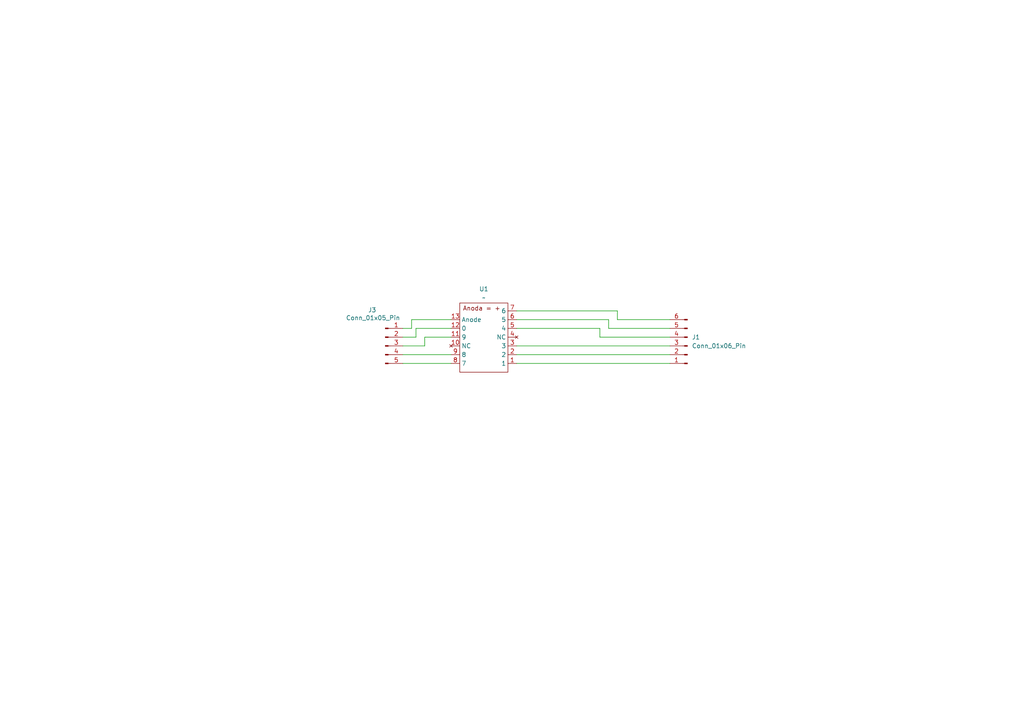
<source format=kicad_sch>
(kicad_sch (version 20250114) (generator "eeschema") (generator_version "9.0")
  (paper "A4")
  (title_block (title "Z570M socket") (date "2025-04-11") (rev "0.1") (company "TK"))
  (lib_symbols
    (symbol "Connector:Conn_01x05_Pin" (pin_names (offset 1.016) (hide yes))
      (property "Reference" "J" (at 0 7.62 0))
      (property "Value" "Conn_01x05_Pin" (at 0 -7.62 0))
      (symbol "Conn_01x05_Pin_1_1"
        (rectangle (start 0.8636 5.207) (end 0 4.953) (stroke (width 0.1524)) (fill (type outline)))
        (rectangle (start 0.8636 2.667) (end 0 2.413) (stroke (width 0.1524)) (fill (type outline)))
        (rectangle (start 0.8636 0.127) (end 0 -0.127) (stroke (width 0.1524)) (fill (type outline)))
        (rectangle (start 0.8636 -2.413) (end 0 -2.667) (stroke (width 0.1524)) (fill (type outline)))
        (rectangle (start 0.8636 -4.953) (end 0 -5.207) (stroke (width 0.1524)) (fill (type outline)))
        (polyline (pts (xy 1.27 5.08) (xy 0.8636 5.08)) (stroke (width 0.1524)))
        (polyline (pts (xy 1.27 2.54) (xy 0.8636 2.54)) (stroke (width 0.1524)))
        (polyline (pts (xy 1.27 0) (xy 0.8636 0)) (stroke (width 0.1524)))
        (polyline (pts (xy 1.27 -2.54) (xy 0.8636 -2.54)) (stroke (width 0.1524)))
        (polyline (pts (xy 1.27 -5.08) (xy 0.8636 -5.08)) (stroke (width 0.1524)))
        (pin passive line (at 5.08 5.08 180) (length 3.81) (name "Pin_1") (number "1"))
        (pin passive line (at 5.08 2.54 180) (length 3.81) (name "Pin_2") (number "2"))
        (pin passive line (at 5.08 0 180) (length 3.81) (name "Pin_3") (number "3"))
        (pin passive line (at 5.08 -2.54 180) (length 3.81) (name "Pin_4") (number "4"))
        (pin passive line (at 5.08 -5.08 180) (length 3.81) (name "Pin_5") (number "5"))
      )
    )
    (symbol "Connector:Conn_01x06_Pin" (pin_names (offset 1.016) (hide yes))
      (property "Reference" "J" (at 0 7.62 0))
      (property "Value" "Conn_01x06_Pin" (at 0 -10.16 0))
      (symbol "Conn_01x06_Pin_1_1"
        (rectangle (start 0.8636 5.207) (end 0 4.953) (stroke (width 0.1524)) (fill (type outline)))
        (rectangle (start 0.8636 2.667) (end 0 2.413) (stroke (width 0.1524)) (fill (type outline)))
        (rectangle (start 0.8636 0.127) (end 0 -0.127) (stroke (width 0.1524)) (fill (type outline)))
        (rectangle (start 0.8636 -2.413) (end 0 -2.667) (stroke (width 0.1524)) (fill (type outline)))
        (rectangle (start 0.8636 -4.953) (end 0 -5.207) (stroke (width 0.1524)) (fill (type outline)))
        (rectangle (start 0.8636 -7.493) (end 0 -7.747) (stroke (width 0.1524)) (fill (type outline)))
        (polyline (pts (xy 1.27 5.08) (xy 0.8636 5.08)) (stroke (width 0.1524)))
        (polyline (pts (xy 1.27 2.54) (xy 0.8636 2.54)) (stroke (width 0.1524)))
        (polyline (pts (xy 1.27 0) (xy 0.8636 0)) (stroke (width 0.1524)))
        (polyline (pts (xy 1.27 -2.54) (xy 0.8636 -2.54)) (stroke (width 0.1524)))
        (polyline (pts (xy 1.27 -5.08) (xy 0.8636 -5.08)) (stroke (width 0.1524)))
        (polyline (pts (xy 1.27 -7.62) (xy 0.8636 -7.62)) (stroke (width 0.1524)))
        (pin passive line (at 5.08 5.08 180) (length 3.81) (name "Pin_1") (number "1"))
        (pin passive line (at 5.08 2.54 180) (length 3.81) (name "Pin_2") (number "2"))
        (pin passive line (at 5.08 0 180) (length 3.81) (name "Pin_3") (number "3"))
        (pin passive line (at 5.08 -2.54 180) (length 3.81) (name "Pin_4") (number "4"))
        (pin passive line (at 5.08 -5.08 180) (length 3.81) (name "Pin_5") (number "5"))
        (pin passive line (at 5.08 -7.62 180) (length 3.81) (name "Pin_6") (number "6"))
      )
    )
    (symbol "tomas_lib:Z570m"
      (property "Reference" "U" (at -0.508 -1.524 0))
      (symbol "Z570m_0_1"
        (rectangle (start -7.62 20.066) (end 6.35 0))
      )
      (symbol "Z570m_1_1"
        (text "Anoda = +" (at -1.27 18.542 0) (effects (font (size 1.27 1.27))))
        (pin input line (at -10.16 15.24 0) (length 2.54) (name "Anode") (number "13"))
        (pin output line (at -10.16 12.7 0) (length 2.54) (name "0") (number "12"))
        (pin output line (at -10.16 10.16 0) (length 2.54) (name "9") (number "11"))
        (pin no_connect line (at -10.16 7.62 0) (length 2.54) (name "NC") (number "10"))
        (pin output line (at -10.16 5.08 0) (length 2.54) (name "8") (number "9"))
        (pin output line (at -10.16 2.54 0) (length 2.54) (name "7") (number "8"))
        (pin output line (at 8.89 17.78 180) (length 2.54) (name "6") (number "7"))
        (pin output line (at 8.89 15.24 180) (length 2.54) (name "5") (number "6"))
        (pin output line (at 8.89 12.7 180) (length 2.54) (name "4") (number "5"))
        (pin no_connect line (at 8.89 10.16 180) (length 2.54) (name "NC") (number "4"))
        (pin output line (at 8.89 7.62 180) (length 2.54) (name "3") (number "3"))
        (pin output line (at 8.89 5.08 180) (length 2.54) (name "2") (number "2"))
        (pin output line (at 8.89 2.54 180) (length 2.54) (name "1") (number "1"))
      )
    )
  )
  (wire (pts (xy 173.99 97.79) (xy 194.31 97.79)))
  (wire (pts (xy 120.65 95.25) (xy 130.81 95.25)))
  (wire (pts (xy 194.31 92.71) (xy 179.07 92.71)))
  (wire (pts (xy 179.07 92.71) (xy 179.07 90.17)))
  (wire (pts (xy 119.38 95.25) (xy 119.38 92.71)))
  (wire (pts (xy 176.53 92.71) (xy 149.86 92.71)))
  (wire (pts (xy 123.19 100.33) (xy 123.19 97.79)))
  (wire (pts (xy 116.84 105.41) (xy 130.81 105.41)))
  (wire (pts (xy 173.99 97.79) (xy 173.99 95.25)))
  (wire (pts (xy 116.84 100.33) (xy 123.19 100.33)))
  (wire (pts (xy 116.84 102.87) (xy 130.81 102.87)))
  (wire (pts (xy 149.86 100.33) (xy 194.31 100.33)))
  (wire (pts (xy 123.19 97.79) (xy 130.81 97.79)))
  (wire (pts (xy 116.84 97.79) (xy 120.65 97.79)))
  (wire (pts (xy 194.31 95.25) (xy 176.53 95.25)))
  (wire (pts (xy 176.53 95.25) (xy 176.53 92.71)))
  (wire (pts (xy 116.84 95.25) (xy 119.38 95.25)))
  (wire (pts (xy 173.99 95.25) (xy 149.86 95.25)))
  (wire (pts (xy 120.65 97.79) (xy 120.65 95.25)))
  (wire (pts (xy 149.86 105.41) (xy 194.31 105.41)))
  (wire (pts (xy 149.86 102.87) (xy 194.31 102.87)))
  (wire (pts (xy 119.38 92.71) (xy 130.81 92.71)))
  (wire (pts (xy 179.07 90.17) (xy 149.86 90.17)))
  (symbol (lib_id "Connector:Conn_01x06_Pin") (at 199.39 100.33 180) (unit 1)
    (property "Reference" "J1" (at 200.66 97.7899 0) (effects (justify right)))
    (property "Value" "Conn_01x06_Pin" (at 200.66 100.3299 0) (effects (justify right)))
    (property "Footprint" "Connector_PinHeader_2.54mm:PinHeader_1x06_P2.54mm_Vertical" (effects (hide yes)))
    (property "Description" "Generic connector, single row, 01x06, script generated" (effects (hide yes)))
  )
  (symbol (lib_id "Connector:Conn_01x05_Pin") (at 111.76 100.33 0) (unit 1)
    (property "Reference" "J3" (at 107.95 89.916 0))
    (property "Value" "Conn_01x05_Pin" (at 108.204 92.202 0))
    (property "Footprint" "Connector_PinHeader_2.54mm:PinHeader_1x05_P2.54mm_Vertical" (effects (hide yes)))
    (property "Description" "Generic connector, single row, 01x05, script generated" (effects (hide yes)))
  )
  (symbol (lib_id "tomas_lib:Z570m") (at 140.97 107.95 0) (unit 1)
    (property "Reference" "U1" (at 140.335 83.82 0))
    (property "Value" "~" (at 140.335 86.36 0))
    (property "Footprint" "tomas_lib:Z570M" (effects (hide yes)))
    (property "Datasheet" "https://www.tube-tester.com/sites/nixie/data/z570m/z570m.htm" (effects (hide yes)))
    (property "Description" "140V@2mA, 170V start" (effects (hide yes)))
  )
)
</source>
